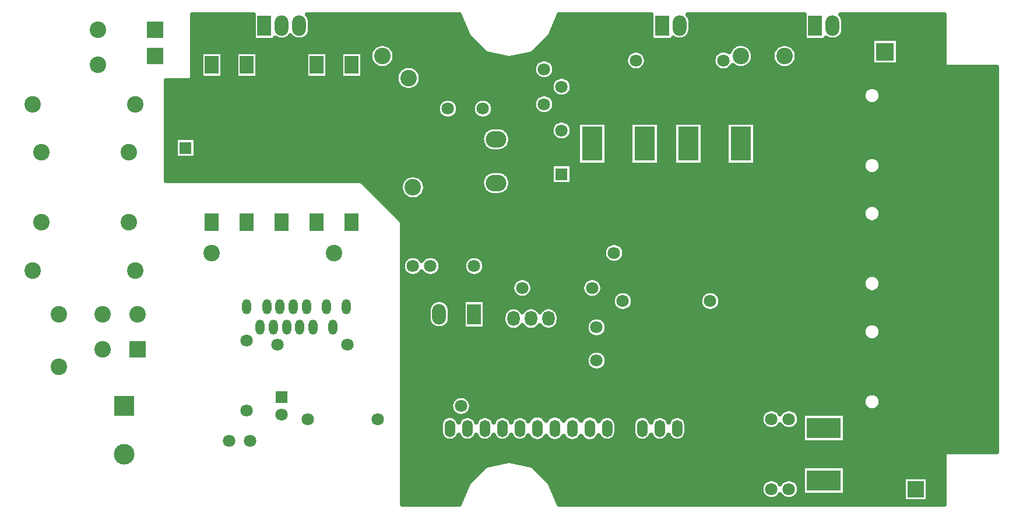
<source format=gbr>
G04 DipTrace 3.2.0.1*
G04 Top.gbr*
%MOIN*%
G04 #@! TF.FileFunction,Copper,L1,Top*
G04 #@! TF.Part,Single*
G04 #@! TA.AperFunction,ComponentPad*
%ADD18C,0.070866*%
G04 #@! TA.AperFunction,CopperBalancing*
%ADD24C,0.025*%
G04 #@! TA.AperFunction,ComponentPad*
%ADD28R,0.094488X0.094488*%
%ADD29C,0.094488*%
%ADD32R,0.11811X0.11811*%
%ADD33C,0.11811*%
%ADD34R,0.070866X0.070866*%
%ADD35C,0.094488*%
%ADD38O,0.07874X0.11811*%
%ADD39R,0.07874X0.11811*%
%ADD45R,0.102362X0.102362*%
%ADD46C,0.102362*%
%ADD47O,0.11811X0.094488*%
%ADD49C,0.070866*%
%ADD50R,0.11811X0.19685*%
%ADD52O,0.070866X0.086614*%
%ADD56R,0.07874X0.102362*%
%ADD57R,0.19685X0.11811*%
%ADD58O,0.051181X0.086614*%
%ADD63O,0.059055X0.098425*%
G04 #@! TA.AperFunction,ViaPad*
%ADD67C,0.059055*%
%FSLAX26Y26*%
G04*
G70*
G90*
G75*
G01*
G04 Top*
%LPD*%
D67*
X2968701Y2893701D3*
X2906201D3*
Y2843701D3*
X2968701D3*
X4418701Y3168701D3*
X4043701Y1093701D3*
X5293701Y3168701D3*
X5443701D3*
X3618701Y2793701D3*
X2906201D3*
X2918701Y1631201D3*
X3943701Y1718701D3*
X4393701Y2018701D3*
X2968701Y2793701D3*
X1868701Y2843701D3*
X1968701D3*
X1408715Y3206332D2*
D24*
X1753478D1*
X2081292D2*
X2942680D1*
X3494734D2*
X4028499D1*
X4256304D2*
X4903499D1*
X5131304D2*
X5703717D1*
X1408715Y3181463D2*
X1753478D1*
X2083911D2*
X2952620D1*
X3484758D2*
X4028499D1*
X4258924D2*
X4903499D1*
X5133924D2*
X5703717D1*
X1408715Y3156594D2*
X1753478D1*
X2083911D2*
X2962595D1*
X3474818D2*
X4028499D1*
X4258924D2*
X4903499D1*
X5133924D2*
X5703717D1*
X1408715Y3131726D2*
X1753478D1*
X2081471D2*
X2972535D1*
X3464879D2*
X4028499D1*
X4256484D2*
X4903499D1*
X5131484D2*
X5703717D1*
X1408715Y3106857D2*
X1753478D1*
X2067620D2*
X2985382D1*
X3452032D2*
X4028499D1*
X4242632D2*
X4903499D1*
X5117632D2*
X5703717D1*
X1408715Y3081988D2*
X3010250D1*
X3427164D2*
X5291694D1*
X5445721D2*
X5703717D1*
X1408715Y3057119D2*
X2460217D1*
X2527189D2*
X3035117D1*
X3402296D2*
X4510209D1*
X4577181D2*
X4760214D1*
X4827186D2*
X5291694D1*
X5445721D2*
X5703717D1*
X1408715Y3032251D2*
X2432084D1*
X2555322D2*
X3059985D1*
X3377429D2*
X4482075D1*
X4605314D2*
X4732081D1*
X4855319D2*
X5291694D1*
X5445721D2*
X5703717D1*
X1408715Y3007382D2*
X1453486D1*
X1583901D2*
X1653504D1*
X1783920D2*
X2053505D1*
X2183921D2*
X2253488D1*
X2383903D2*
X2421964D1*
X2565441D2*
X3084853D1*
X3352561D2*
X3896948D1*
X3990438D2*
X4396958D1*
X4615433D2*
X4721961D1*
X4865438D2*
X5291694D1*
X5445721D2*
X5703717D1*
X1408715Y2982513D2*
X1453486D1*
X1583901D2*
X1653504D1*
X1783920D2*
X2053505D1*
X2183921D2*
X2253488D1*
X2383903D2*
X2421498D1*
X2565908D2*
X3208402D1*
X3229012D2*
X3884065D1*
X4003321D2*
X4384076D1*
X4615900D2*
X4721495D1*
X4865905D2*
X5291694D1*
X5445721D2*
X5703717D1*
X1408715Y2957644D2*
X1453486D1*
X1583901D2*
X1653504D1*
X1783920D2*
X2053505D1*
X2183921D2*
X2253488D1*
X2383903D2*
X2430505D1*
X2556901D2*
X3372178D1*
X3465237D2*
X3883491D1*
X4003931D2*
X4383466D1*
X4606893D2*
X4730502D1*
X4856898D2*
X5291694D1*
X5445721D2*
X5703717D1*
X1408715Y2932776D2*
X1453486D1*
X1583901D2*
X1653504D1*
X1783920D2*
X2053505D1*
X2183921D2*
X2253488D1*
X2383903D2*
X2455552D1*
X2531854D2*
X2611576D1*
X2675821D2*
X3359152D1*
X3478263D2*
X3894687D1*
X3992735D2*
X4394697D1*
X4492709D2*
X4505564D1*
X4581846D2*
X4755549D1*
X4831851D2*
X5710140D1*
X1408715Y2907907D2*
X1453486D1*
X1583901D2*
X1653504D1*
X1783920D2*
X2053505D1*
X2183921D2*
X2253488D1*
X2383903D2*
X2582510D1*
X2704887D2*
X3358434D1*
X3478981D2*
X6003708D1*
X1408715Y2883038D2*
X1453486D1*
X1583901D2*
X1653504D1*
X1783920D2*
X2053505D1*
X2183921D2*
X2253488D1*
X2383903D2*
X2572068D1*
X2715330D2*
X3369486D1*
X3467929D2*
X6003708D1*
X1402937Y2858169D2*
X2571386D1*
X2715976D2*
X3472653D1*
X3564744D2*
X6003708D1*
X1258719Y2833301D2*
X2580142D1*
X2707256D2*
X3459268D1*
X3578129D2*
X6003708D1*
X1258719Y2808432D2*
X2604471D1*
X2682926D2*
X3458335D1*
X3579062D2*
X5259399D1*
X5328021D2*
X6003708D1*
X1258719Y2783563D2*
X3469101D1*
X3568333D2*
X5242533D1*
X5344887D2*
X6003708D1*
X1258719Y2758694D2*
X3373146D1*
X3464268D2*
X5241277D1*
X5346107D2*
X6003708D1*
X1258719Y2733825D2*
X2823257D1*
X2914164D2*
X3023240D1*
X3114146D2*
X3359403D1*
X3478012D2*
X5254124D1*
X5333260D2*
X6003708D1*
X1258719Y2708957D2*
X2809442D1*
X2927979D2*
X3009424D1*
X3127962D2*
X3358254D1*
X3479160D2*
X6003708D1*
X1258719Y2684088D2*
X2808222D1*
X2929199D2*
X3008204D1*
X3129182D2*
X3368697D1*
X3468718D2*
X6003708D1*
X1258719Y2659219D2*
X2818592D1*
X2918793D2*
X3018611D1*
X3118811D2*
X6003708D1*
X1258719Y2634350D2*
X6003708D1*
X1258719Y2609482D2*
X3473873D1*
X3563524D2*
X3608798D1*
X3778614D2*
X3908790D1*
X4078606D2*
X4158795D1*
X4328611D2*
X4458787D1*
X4628603D2*
X6003708D1*
X1258719Y2584613D2*
X3104123D1*
X3183259D2*
X3459627D1*
X3577770D2*
X3608798D1*
X3778614D2*
X3908790D1*
X4078606D2*
X4158795D1*
X4328611D2*
X4458787D1*
X4628603D2*
X6003708D1*
X1258719Y2559744D2*
X3071970D1*
X3215448D2*
X3458120D1*
X3579277D2*
X3608798D1*
X3778614D2*
X3908790D1*
X4078606D2*
X4158795D1*
X4328611D2*
X4458787D1*
X4628603D2*
X6003708D1*
X1258719Y2534875D2*
X3060667D1*
X3226715D2*
X3468132D1*
X3569266D2*
X3608798D1*
X3778614D2*
X3908790D1*
X4078606D2*
X4158795D1*
X4328611D2*
X4458787D1*
X4628603D2*
X6003708D1*
X1258719Y2510007D2*
X1307437D1*
X1429994D2*
X3059339D1*
X3228079D2*
X3513095D1*
X3524286D2*
X3608798D1*
X3778614D2*
X3908790D1*
X4078606D2*
X4158795D1*
X4328611D2*
X4458787D1*
X4628603D2*
X6003708D1*
X1258719Y2485138D2*
X1307437D1*
X1429994D2*
X3067306D1*
X3220112D2*
X3608798D1*
X3778614D2*
X3908790D1*
X4078606D2*
X4158795D1*
X4328611D2*
X4458787D1*
X4628603D2*
X6003708D1*
X1258719Y2460269D2*
X1307437D1*
X1429994D2*
X3089805D1*
X3197613D2*
X3608798D1*
X3778614D2*
X3908790D1*
X4078606D2*
X4158795D1*
X4328611D2*
X4458787D1*
X4628603D2*
X6003708D1*
X1258719Y2435400D2*
X1307437D1*
X1429994D2*
X3608798D1*
X3778614D2*
X3908790D1*
X4078606D2*
X4158795D1*
X4328611D2*
X4458787D1*
X4628603D2*
X6003708D1*
X1258719Y2410531D2*
X1307437D1*
X1429994D2*
X3608798D1*
X3778614D2*
X3908790D1*
X4078606D2*
X4158795D1*
X4328611D2*
X4458787D1*
X4628603D2*
X5262198D1*
X5325186D2*
X6003708D1*
X1258719Y2385663D2*
X3608798D1*
X3778614D2*
X3908790D1*
X4078606D2*
X4158795D1*
X4328611D2*
X4458787D1*
X4628603D2*
X5243215D1*
X5344205D2*
X6003708D1*
X1258719Y2360794D2*
X3457438D1*
X3579959D2*
X5240918D1*
X5346502D2*
X6003708D1*
X1258719Y2335925D2*
X3107855D1*
X3179527D2*
X3457438D1*
X3579959D2*
X5252258D1*
X5335162D2*
X6003708D1*
X1258719Y2311056D2*
X2645128D1*
X2692292D2*
X3072939D1*
X3214479D2*
X3457438D1*
X3579959D2*
X6003708D1*
X1258719Y2286188D2*
X2609854D1*
X2727566D2*
X3060990D1*
X3226392D2*
X3457438D1*
X3579959D2*
X6003708D1*
X2396247Y2261319D2*
X2597869D1*
X2739551D2*
X3059196D1*
X3228222D2*
X3457438D1*
X3579959D2*
X6003708D1*
X2421115Y2236450D2*
X2596003D1*
X2741417D2*
X3066588D1*
X3220794D2*
X6003708D1*
X2445983Y2211581D2*
X2603359D1*
X2734061D2*
X3087903D1*
X3199479D2*
X6003708D1*
X2470851Y2186713D2*
X2624531D1*
X2712854D2*
X6003708D1*
X2495718Y2161844D2*
X6003708D1*
X2520622Y2136975D2*
X5264387D1*
X5322998D2*
X6003708D1*
X2545490Y2112106D2*
X5243753D1*
X5343667D2*
X6003708D1*
X2570358Y2087238D2*
X5240703D1*
X5346681D2*
X6003708D1*
X2595225Y2062369D2*
X5251074D1*
X5336311D2*
X6003708D1*
X2608718Y2037500D2*
X6003708D1*
X2608718Y2012631D2*
X6003708D1*
X2608718Y1987762D2*
X6003708D1*
X2608718Y1962894D2*
X6003708D1*
X2608718Y1938025D2*
X6003708D1*
X2608718Y1913156D2*
X3777741D1*
X3859640D2*
X6003708D1*
X2608718Y1888287D2*
X3760767D1*
X3876614D2*
X6003708D1*
X2608718Y1863419D2*
X3757681D1*
X3879736D2*
X6003708D1*
X2608718Y1838550D2*
X2628227D1*
X2709193D2*
X2728200D1*
X2809203D2*
X2978205D1*
X3059208D2*
X3765755D1*
X3871662D2*
X6003708D1*
X2826463Y1813681D2*
X2960945D1*
X3076468D2*
X3795539D1*
X3841878D2*
X6003708D1*
X2829764Y1788812D2*
X2957643D1*
X3079769D2*
X6003708D1*
X2821870Y1763944D2*
X2965502D1*
X3071875D2*
X6003708D1*
X2608718Y1739075D2*
X2644518D1*
X2692902D2*
X2744491D1*
X2792911D2*
X2994496D1*
X3042916D2*
X5268119D1*
X5319266D2*
X6003708D1*
X2608718Y1714206D2*
X3254011D1*
X3333399D2*
X3654012D1*
X3733400D2*
X5244614D1*
X5342806D2*
X6003708D1*
X2608718Y1689337D2*
X3236176D1*
X3351233D2*
X3636178D1*
X3751234D2*
X5240488D1*
X5346932D2*
X6003708D1*
X2608718Y1664469D2*
X3232588D1*
X3354822D2*
X3632589D1*
X3754823D2*
X5249531D1*
X5337854D2*
X6003708D1*
X2608718Y1639600D2*
X3240124D1*
X3347250D2*
X3640125D1*
X3747251D2*
X3829486D1*
X3907905D2*
X4329496D1*
X4407915D2*
X6003708D1*
X2608718Y1614731D2*
X3267934D1*
X3319476D2*
X3667935D1*
X3719477D2*
X3811328D1*
X3926098D2*
X4311303D1*
X4426072D2*
X6003708D1*
X2608718Y1589862D2*
X2780376D1*
X2857036D2*
X2953481D1*
X3083896D2*
X3807560D1*
X3929866D2*
X4307535D1*
X4429840D2*
X6003708D1*
X2608718Y1564993D2*
X2759419D1*
X2877993D2*
X2953481D1*
X3083896D2*
X3814917D1*
X3922474D2*
X4314927D1*
X4422484D2*
X6003708D1*
X2608718Y1540125D2*
X2753498D1*
X2883878D2*
X2953481D1*
X3083896D2*
X3196847D1*
X3490572D2*
X3842045D1*
X3895381D2*
X4342019D1*
X4395355D2*
X6003708D1*
X2608718Y1515256D2*
X2753498D1*
X2883914D2*
X2953481D1*
X3083896D2*
X3184037D1*
X3503346D2*
X6003708D1*
X2608718Y1490387D2*
X2754072D1*
X2883303D2*
X2953481D1*
X3083896D2*
X3182422D1*
X3504961D2*
X3680494D1*
X3756904D2*
X6003708D1*
X2608718Y1465518D2*
X2763187D1*
X2874225D2*
X2953481D1*
X3083896D2*
X3186046D1*
X3501373D2*
X3661619D1*
X3775779D2*
X5271240D1*
X5316180D2*
X6003708D1*
X2608718Y1440650D2*
X2793258D1*
X2844154D2*
X2953481D1*
X3083896D2*
X3203594D1*
X3283807D2*
X3303603D1*
X3383816D2*
X3403612D1*
X3483789D2*
X3657493D1*
X3779906D2*
X5245260D1*
X5342124D2*
X6003708D1*
X2608718Y1415781D2*
X3664490D1*
X3772908D2*
X5240380D1*
X5347004D2*
X6003708D1*
X2608718Y1390912D2*
X3690363D1*
X3747036D2*
X5248562D1*
X5338858D2*
X6003708D1*
X2608718Y1366043D2*
X6003708D1*
X2608718Y1341175D2*
X6003708D1*
X2608718Y1316306D2*
X6003708D1*
X2608718Y1291437D2*
X3671129D1*
X3766270D2*
X6003708D1*
X2608718Y1266568D2*
X3658856D1*
X3778542D2*
X6003708D1*
X2608718Y1241699D2*
X3658677D1*
X3778722D2*
X6003708D1*
X2608718Y1216831D2*
X3670411D1*
X3766987D2*
X6003708D1*
X2608718Y1191962D2*
X6003708D1*
X2608718Y1167093D2*
X6003708D1*
X2608718Y1142224D2*
X6003708D1*
X2608718Y1117356D2*
X6003708D1*
X2608718Y1092487D2*
X6003708D1*
X2608718Y1067618D2*
X5277125D1*
X5310259D2*
X6003708D1*
X2608718Y1042749D2*
X2908805D1*
X2978576D2*
X5246337D1*
X5341047D2*
X6003708D1*
X2608718Y1017881D2*
X2887633D1*
X2999784D2*
X5240308D1*
X5347112D2*
X6003708D1*
X2608718Y993012D2*
X2882430D1*
X3004987D2*
X5247270D1*
X5340150D2*
X6003708D1*
X2608718Y968143D2*
X2888279D1*
X2999138D2*
X4684426D1*
X4752977D2*
X4784436D1*
X4852986D2*
X5285307D1*
X5302113D2*
X6003708D1*
X2608718Y943274D2*
X2910994D1*
X2976387D2*
X4662824D1*
X4874589D2*
X4894421D1*
X5142967D2*
X6003708D1*
X2608718Y918406D2*
X2835458D1*
X2923601D2*
X2935467D1*
X3023575D2*
X3035482D1*
X3123584D2*
X3135436D1*
X3223593D2*
X3235459D1*
X3323602D2*
X3331521D1*
X3727515D2*
X3735469D1*
X3823577D2*
X3935452D1*
X4023595D2*
X4035461D1*
X4123569D2*
X4135470D1*
X4223578D2*
X4657441D1*
X4879971D2*
X4894421D1*
X5142967D2*
X6003708D1*
X2608718Y893537D2*
X2824728D1*
X3834306D2*
X3924722D1*
X4234307D2*
X4663075D1*
X4874302D2*
X4894421D1*
X5142967D2*
X6003708D1*
X2608718Y868668D2*
X2824154D1*
X3834880D2*
X3924148D1*
X4234881D2*
X4685359D1*
X4752044D2*
X4785369D1*
X4852053D2*
X4894421D1*
X5142967D2*
X6003708D1*
X2608718Y843799D2*
X2824226D1*
X3834844D2*
X3924220D1*
X4234845D2*
X4894421D1*
X5142967D2*
X6003708D1*
X2608718Y818930D2*
X2831833D1*
X3827237D2*
X3931827D1*
X4227238D2*
X4894421D1*
X5142967D2*
X6003708D1*
X2608718Y794062D2*
X2869261D1*
X2889799D2*
X2969270D1*
X2989772D2*
X3069243D1*
X3089781D2*
X3169252D1*
X3189790D2*
X3269262D1*
X3289800D2*
X3356927D1*
X3402117D2*
X3456936D1*
X3502090D2*
X3556945D1*
X3602100D2*
X3656954D1*
X3702109D2*
X3769272D1*
X3789774D2*
X3969255D1*
X3989792D2*
X4069264D1*
X4089802D2*
X4169273D1*
X4189775D2*
X4894421D1*
X5142967D2*
X6003708D1*
X2608718Y769193D2*
X6003708D1*
X2608718Y744324D2*
X6003708D1*
X2608718Y719455D2*
X5703717D1*
X2608718Y694587D2*
X5703717D1*
X2608718Y669718D2*
X3157554D1*
X3279860D2*
X5703717D1*
X2608718Y644849D2*
X3074662D1*
X3362716D2*
X4894421D1*
X5142967D2*
X5703717D1*
X2608718Y619980D2*
X3049794D1*
X3387584D2*
X4894421D1*
X5142967D2*
X5703717D1*
X2608718Y595112D2*
X3024926D1*
X3412452D2*
X4894421D1*
X5142967D2*
X5703717D1*
X2608718Y570243D2*
X3000059D1*
X3437319D2*
X4687943D1*
X4749461D2*
X4787952D1*
X4849434D2*
X4894421D1*
X5142967D2*
X5470613D1*
X5616781D2*
X5703717D1*
X2608718Y545374D2*
X2978420D1*
X3458993D2*
X4663829D1*
X4873584D2*
X4894421D1*
X5142967D2*
X5470613D1*
X5616781D2*
X5703717D1*
X2608718Y520505D2*
X2968445D1*
X3468933D2*
X4657441D1*
X4879936D2*
X4894421D1*
X5142967D2*
X5470613D1*
X5616781D2*
X5703717D1*
X2608718Y495636D2*
X2958505D1*
X3478873D2*
X4662142D1*
X4875271D2*
X4894421D1*
X5142967D2*
X5470613D1*
X5616781D2*
X5703717D1*
X2608718Y470768D2*
X2948565D1*
X3488849D2*
X4682202D1*
X4755202D2*
X4782175D1*
X4855211D2*
X5470613D1*
X5616781D2*
X5703717D1*
X2608718Y445899D2*
X2938625D1*
X3498789D2*
X5703717D1*
X2927295Y2689089D2*
X2925852Y2679980D1*
X2923002Y2671208D1*
X2918815Y2662991D1*
X2913394Y2655529D1*
X2906872Y2649007D1*
X2899411Y2643586D1*
X2891193Y2639399D1*
X2882422Y2636549D1*
X2873312Y2635106D1*
X2864089D1*
X2854980Y2636549D1*
X2846208Y2639399D1*
X2837991Y2643586D1*
X2830529Y2649007D1*
X2824007Y2655529D1*
X2818586Y2662991D1*
X2814399Y2671208D1*
X2811549Y2679980D1*
X2810106Y2689089D1*
Y2698312D1*
X2811549Y2707422D1*
X2814399Y2716193D1*
X2818586Y2724411D1*
X2824007Y2731872D1*
X2830529Y2738394D1*
X2837991Y2743815D1*
X2846208Y2748002D1*
X2854980Y2750852D1*
X2864089Y2752295D1*
X2873312D1*
X2882422Y2750852D1*
X2891193Y2748002D1*
X2899411Y2743815D1*
X2906872Y2738394D1*
X2913394Y2731872D1*
X2918815Y2724411D1*
X2923002Y2716193D1*
X2925852Y2707422D1*
X2927295Y2698312D1*
Y2689089D1*
X3127295D2*
X3125852Y2679980D1*
X3123002Y2671208D1*
X3118815Y2662991D1*
X3113394Y2655529D1*
X3106872Y2649007D1*
X3099411Y2643586D1*
X3091193Y2639399D1*
X3082422Y2636549D1*
X3073312Y2635106D1*
X3064089D1*
X3054980Y2636549D1*
X3046208Y2639399D1*
X3037991Y2643586D1*
X3030529Y2649007D1*
X3024007Y2655529D1*
X3018586Y2662991D1*
X3014399Y2671208D1*
X3011549Y2679980D1*
X3010106Y2689089D1*
Y2698312D1*
X3011549Y2707422D1*
X3014399Y2716193D1*
X3018586Y2724411D1*
X3024007Y2731872D1*
X3030529Y2738394D1*
X3037991Y2743815D1*
X3046208Y2748002D1*
X3054980Y2750852D1*
X3064089Y2752295D1*
X3073312D1*
X3082422Y2750852D1*
X3091193Y2748002D1*
X3099411Y2743815D1*
X3106872Y2738394D1*
X3113394Y2731872D1*
X3118815Y2724411D1*
X3123002Y2716193D1*
X3125852Y2707422D1*
X3127295Y2698312D1*
Y2689089D1*
X2714064Y2863170D2*
X2712332Y2852230D1*
X2708909Y2841695D1*
X2703880Y2831826D1*
X2697370Y2822865D1*
X2689538Y2815033D1*
X2680577Y2808523D1*
X2670708Y2803494D1*
X2660173Y2800071D1*
X2649234Y2798339D1*
X2638157D1*
X2627217Y2800071D1*
X2616683Y2803494D1*
X2606814Y2808523D1*
X2597853Y2815033D1*
X2590021Y2822865D1*
X2583510Y2831826D1*
X2578482Y2841695D1*
X2575059Y2852230D1*
X2573326Y2863170D1*
Y2874246D1*
X2575059Y2885186D1*
X2578482Y2895720D1*
X2583510Y2905589D1*
X2590021Y2914550D1*
X2597853Y2922382D1*
X2606814Y2928893D1*
X2616683Y2933921D1*
X2627217Y2937344D1*
X2638157Y2939077D1*
X2649234D1*
X2660173Y2937344D1*
X2670708Y2933921D1*
X2680577Y2928893D1*
X2689538Y2922382D1*
X2697370Y2914550D1*
X2703880Y2905589D1*
X2708909Y2895720D1*
X2712332Y2885186D1*
X2714064Y2874246D1*
Y2863170D1*
X2739075Y2238156D2*
X2737343Y2227216D1*
X2733920Y2216681D1*
X2728891Y2206812D1*
X2722381Y2197851D1*
X2714549Y2190019D1*
X2705588Y2183509D1*
X2695719Y2178480D1*
X2685184Y2175057D1*
X2674244Y2173325D1*
X2663168D1*
X2652228Y2175057D1*
X2641694Y2178480D1*
X2631825Y2183509D1*
X2622864Y2190019D1*
X2615032Y2197851D1*
X2608521Y2206812D1*
X2603493Y2216681D1*
X2600070Y2227216D1*
X2598337Y2238156D1*
Y2249232D1*
X2600070Y2260172D1*
X2603493Y2270706D1*
X2608521Y2280575D1*
X2615032Y2289536D1*
X2622864Y2297368D1*
X2631825Y2303879D1*
X2641694Y2308907D1*
X2652228Y2312330D1*
X2663168Y2314063D1*
X2674244D1*
X2685184Y2312330D1*
X2695719Y2308907D1*
X2705588Y2303879D1*
X2714549Y2297368D1*
X2722381Y2289536D1*
X2728891Y2280575D1*
X2733920Y2270706D1*
X2737343Y2260172D1*
X2739075Y2249232D1*
Y2238156D1*
X3877295Y1864094D2*
X3875853Y1854984D1*
X3873003Y1846213D1*
X3868816Y1837995D1*
X3863394Y1830534D1*
X3856873Y1824012D1*
X3849411Y1818591D1*
X3841194Y1814404D1*
X3832422Y1811554D1*
X3823313Y1810111D1*
X3814090D1*
X3804980Y1811554D1*
X3796209Y1814404D1*
X3787991Y1818591D1*
X3780529Y1824012D1*
X3774008Y1830534D1*
X3768587Y1837995D1*
X3764400Y1846213D1*
X3761549Y1854984D1*
X3760107Y1864094D1*
Y1873317D1*
X3761549Y1882426D1*
X3764400Y1891198D1*
X3768587Y1899415D1*
X3774008Y1906877D1*
X3780529Y1913399D1*
X3787991Y1918820D1*
X3796209Y1923007D1*
X3804980Y1925857D1*
X3814090Y1927300D1*
X3823313D1*
X3832422Y1925857D1*
X3841194Y1923007D1*
X3849411Y1918820D1*
X3856873Y1913399D1*
X3863394Y1906877D1*
X3868816Y1899415D1*
X3873003Y1891198D1*
X3875853Y1882426D1*
X3877295Y1873317D1*
Y1864094D1*
X3077300Y1789089D2*
X3075857Y1779980D1*
X3073007Y1771208D1*
X3068820Y1762990D1*
X3063399Y1755529D1*
X3056877Y1749007D1*
X3049415Y1743586D1*
X3041198Y1739399D1*
X3032426Y1736549D1*
X3023317Y1735106D1*
X3014094D1*
X3004984Y1736549D1*
X2996213Y1739399D1*
X2987995Y1743586D1*
X2980534Y1749007D1*
X2974012Y1755529D1*
X2968591Y1762990D1*
X2964404Y1771208D1*
X2961554Y1779980D1*
X2960111Y1789089D1*
Y1798312D1*
X2961554Y1807421D1*
X2964404Y1816193D1*
X2968591Y1824411D1*
X2974012Y1831872D1*
X2980534Y1838394D1*
X2987995Y1843815D1*
X2996213Y1848002D1*
X3004984Y1850852D1*
X3014094Y1852295D1*
X3023317D1*
X3032426Y1850852D1*
X3041198Y1848002D1*
X3049415Y1843815D1*
X3056877Y1838394D1*
X3063399Y1831872D1*
X3068820Y1824411D1*
X3073007Y1816193D1*
X3075857Y1807421D1*
X3077300Y1798312D1*
Y1789089D1*
X3469112Y2377476D2*
X3577476D1*
Y2259925D1*
X3459925D1*
Y2377476D1*
X3469112D1*
X3577295Y2564089D2*
X3575852Y2554980D1*
X3573002Y2546208D1*
X3568815Y2537991D1*
X3563394Y2530529D1*
X3556872Y2524007D1*
X3549411Y2518586D1*
X3541193Y2514399D1*
X3532422Y2511549D1*
X3523312Y2510106D1*
X3514089D1*
X3504980Y2511549D1*
X3496208Y2514399D1*
X3487991Y2518586D1*
X3480529Y2524007D1*
X3474007Y2530529D1*
X3468586Y2537991D1*
X3464399Y2546208D1*
X3461549Y2554980D1*
X3460106Y2564089D1*
Y2573312D1*
X3461549Y2582422D1*
X3464399Y2591193D1*
X3468586Y2599411D1*
X3474007Y2606872D1*
X3480529Y2613394D1*
X3487991Y2618815D1*
X3496208Y2623002D1*
X3504980Y2625852D1*
X3514089Y2627295D1*
X3523312D1*
X3532422Y2625852D1*
X3541193Y2623002D1*
X3549411Y2618815D1*
X3556872Y2613394D1*
X3563394Y2606872D1*
X3568815Y2599411D1*
X3573002Y2591193D1*
X3575852Y2582422D1*
X3577295Y2573312D1*
Y2564089D1*
X1968686Y3111203D2*
X1963045Y3104671D1*
X1955562Y3098280D1*
X1947172Y3093138D1*
X1938080Y3089373D1*
X1928511Y3087075D1*
X1918701Y3086303D1*
X1908890Y3087075D1*
X1899322Y3089373D1*
X1890230Y3093138D1*
X1881839Y3098280D1*
X1881401Y3098626D1*
X1881413Y3086303D1*
X1755988D1*
Y3231168D1*
X1406171Y3231201D1*
X1406162Y2867720D1*
X1405589Y2864838D1*
X1404359Y2862170D1*
X1402540Y2859862D1*
X1400232Y2858043D1*
X1397564Y2856813D1*
X1394682Y2856239D1*
X1256228Y2856201D1*
X1256201Y2281169D1*
X2369682Y2281162D1*
X2372564Y2280589D1*
X2375232Y2279359D1*
X2377542Y2277537D1*
X2603814Y2051048D1*
X2605249Y2048484D1*
X2606047Y2045656D1*
X2606201Y2034514D1*
Y431175D1*
X2935211Y431201D1*
X2982495Y549240D1*
X2984097Y551702D1*
X3085583Y653206D1*
X3088026Y654839D1*
X3090786Y655856D1*
X3218197Y681191D1*
X3221130Y680962D1*
X3348040Y655424D1*
X3350656Y654087D1*
X3359035Y646044D1*
X3453814Y551048D1*
X3455251Y548481D1*
X3502151Y431232D1*
X5706212Y431201D1*
X5706355Y720656D1*
X5707152Y723484D1*
X5708588Y726048D1*
X5710583Y728206D1*
X5713026Y729838D1*
X5715783Y730856D1*
X5718705Y731201D1*
X6006169D1*
X6006201Y2931212D1*
X5716745Y2931355D1*
X5713917Y2932152D1*
X5711353Y2933588D1*
X5709196Y2935583D1*
X5707563Y2938026D1*
X5706546Y2940783D1*
X5706201Y2943705D1*
Y3231169D1*
X5114519Y3231201D1*
X5119436Y3225247D1*
X5124578Y3216857D1*
X5128344Y3207765D1*
X5130641Y3198196D1*
X5131413Y3188386D1*
X5131220Y3144095D1*
X5129681Y3134376D1*
X5126640Y3125017D1*
X5122172Y3116249D1*
X5116388Y3108287D1*
X5109429Y3101329D1*
X5101468Y3095544D1*
X5092700Y3091077D1*
X5083341Y3088036D1*
X5073621Y3086496D1*
X5063780D1*
X5054061Y3088036D1*
X5044702Y3091077D1*
X5035934Y3095544D1*
X5031401Y3098626D1*
X5031413Y3086303D1*
X4905988D1*
Y3231168D1*
X4239519Y3231201D1*
X4244436Y3225247D1*
X4249578Y3216857D1*
X4253344Y3207765D1*
X4255641Y3198196D1*
X4256414Y3188386D1*
X4256220Y3144095D1*
X4254681Y3134376D1*
X4251640Y3125017D1*
X4247172Y3116249D1*
X4241388Y3108287D1*
X4234429Y3101329D1*
X4226468Y3095544D1*
X4217700Y3091077D1*
X4208341Y3088036D1*
X4198621Y3086496D1*
X4188780D1*
X4179061Y3088036D1*
X4169702Y3091077D1*
X4160934Y3095544D1*
X4156401Y3098626D1*
X4156413Y3086303D1*
X4030988D1*
Y3231168D1*
X3502170Y3231201D1*
X3454438Y3112300D1*
X3452644Y3109968D1*
X3351048Y3008588D1*
X3348484Y3007152D1*
X3337144Y3004642D1*
X3219205Y2981211D1*
X3216271Y2981439D1*
X3089362Y3006978D1*
X3086745Y3008315D1*
X3078366Y3016358D1*
X2983588Y3111353D1*
X2982151Y3113921D1*
X2935250Y3231170D1*
X2064502Y3231201D1*
X2069436Y3225247D1*
X2074578Y3216857D1*
X2078344Y3207765D1*
X2080641Y3198196D1*
X2081413Y3188386D1*
X2081220Y3144095D1*
X2079681Y3134376D1*
X2076640Y3125017D1*
X2072172Y3116249D1*
X2066388Y3108287D1*
X2059429Y3101329D1*
X2051468Y3095544D1*
X2042700Y3091077D1*
X2033341Y3088036D1*
X2023621Y3086496D1*
X2013780D1*
X2004061Y3088036D1*
X1994702Y3091077D1*
X1985934Y3095544D1*
X1977972Y3101329D1*
X1971014Y3108287D1*
X1968715Y3111203D1*
X1319112Y2527476D2*
X1427476D1*
Y2409925D1*
X1309925D1*
Y2527476D1*
X1319112D1*
X3002295Y989089D2*
X3000852Y979980D1*
X2998002Y971208D1*
X2993815Y962991D1*
X2988394Y955529D1*
X2981872Y949007D1*
X2974411Y943586D1*
X2966193Y939399D1*
X2957422Y936549D1*
X2948312Y935106D1*
X2939089D1*
X2929980Y936549D1*
X2921208Y939399D1*
X2912991Y943586D1*
X2905529Y949007D1*
X2899007Y955529D1*
X2893586Y962991D1*
X2889399Y971208D1*
X2886549Y979980D1*
X2885106Y989089D1*
Y998312D1*
X2886549Y1007422D1*
X2889399Y1016193D1*
X2893586Y1024411D1*
X2899007Y1031872D1*
X2905529Y1038394D1*
X2912991Y1043815D1*
X2921208Y1048002D1*
X2929980Y1050852D1*
X2939089Y1052295D1*
X2948312D1*
X2957422Y1050852D1*
X2966193Y1048002D1*
X2974411Y1043815D1*
X2981872Y1038394D1*
X2988394Y1031872D1*
X2993815Y1024411D1*
X2998002Y1016193D1*
X3000852Y1007422D1*
X3002295Y998312D1*
Y989089D1*
X5303364Y3093076D2*
X5443225D1*
Y2944029D1*
X5294177D1*
Y3093076D1*
X5303364D1*
X5482301Y589287D2*
X5614288D1*
Y448114D1*
X5473114D1*
Y589287D1*
X5482301D1*
X3131911Y2448115D2*
X3120848Y2448983D1*
X3110077Y2451569D1*
X3099844Y2455808D1*
X3090400Y2461595D1*
X3081977Y2468789D1*
X3074784Y2477211D1*
X3068997Y2486655D1*
X3064758Y2496888D1*
X3062172Y2507659D1*
X3061303Y2518701D1*
X3062172Y2529743D1*
X3064758Y2540513D1*
X3068997Y2550746D1*
X3074784Y2560191D1*
X3081977Y2568613D1*
X3090400Y2575807D1*
X3099844Y2581594D1*
X3110077Y2585833D1*
X3120848Y2588418D1*
X3131911Y2589287D1*
X3161050Y2589070D1*
X3171990Y2587337D1*
X3182524Y2583914D1*
X3192393Y2578886D1*
X3201354Y2572375D1*
X3209186Y2564543D1*
X3215697Y2555582D1*
X3220725Y2545713D1*
X3224148Y2535179D1*
X3225881Y2524239D1*
Y2513163D1*
X3224148Y2502223D1*
X3220725Y2491688D1*
X3215697Y2481819D1*
X3209186Y2472858D1*
X3201354Y2465026D1*
X3192393Y2458516D1*
X3182524Y2453487D1*
X3171990Y2450064D1*
X3161050Y2448332D1*
X3137139Y2448114D1*
X3131890Y2448150D1*
X3131911Y2198115D2*
X3120848Y2198983D1*
X3110077Y2201569D1*
X3099844Y2205808D1*
X3090400Y2211595D1*
X3081977Y2218789D1*
X3074784Y2227211D1*
X3068997Y2236655D1*
X3064758Y2246888D1*
X3062172Y2257659D1*
X3061303Y2268701D1*
X3062172Y2279743D1*
X3064758Y2290513D1*
X3068997Y2300746D1*
X3074784Y2310191D1*
X3081977Y2318613D1*
X3090400Y2325807D1*
X3099844Y2331594D1*
X3110077Y2335833D1*
X3120848Y2338418D1*
X3131911Y2339287D1*
X3161050Y2339070D1*
X3171990Y2337337D1*
X3182524Y2333914D1*
X3192393Y2328886D1*
X3201354Y2322375D1*
X3209186Y2314543D1*
X3215697Y2305582D1*
X3220725Y2295713D1*
X3224148Y2285179D1*
X3225881Y2274239D1*
Y2263163D1*
X3224148Y2252223D1*
X3220725Y2241688D1*
X3215697Y2231819D1*
X3209186Y2222858D1*
X3201354Y2215026D1*
X3192393Y2208516D1*
X3182524Y2203487D1*
X3171990Y2200064D1*
X3161050Y2198332D1*
X3137139Y2198114D1*
X3131890Y2198150D1*
X2718705Y1762826D2*
X2713394Y1755529D1*
X2706872Y1749007D1*
X2699411Y1743586D1*
X2691193Y1739399D1*
X2682422Y1736549D1*
X2673312Y1735106D1*
X2664089D1*
X2654980Y1736549D1*
X2646208Y1739399D1*
X2637991Y1743586D1*
X2630529Y1749007D1*
X2624007Y1755529D1*
X2618586Y1762991D1*
X2614399Y1771208D1*
X2611549Y1779980D1*
X2610106Y1789089D1*
Y1798312D1*
X2611549Y1807422D1*
X2614399Y1816193D1*
X2618586Y1824411D1*
X2624007Y1831872D1*
X2630529Y1838394D1*
X2637991Y1843815D1*
X2646208Y1848002D1*
X2654980Y1850852D1*
X2664089Y1852295D1*
X2673312D1*
X2682422Y1850852D1*
X2691193Y1848002D1*
X2699411Y1843815D1*
X2706872Y1838394D1*
X2713394Y1831872D1*
X2718705Y1824576D1*
X2724007Y1831872D1*
X2730529Y1838394D1*
X2737991Y1843815D1*
X2746208Y1848002D1*
X2754980Y1850852D1*
X2764089Y1852295D1*
X2773312D1*
X2782422Y1850852D1*
X2791193Y1848002D1*
X2799411Y1843815D1*
X2806872Y1838394D1*
X2813394Y1831872D1*
X2818815Y1824411D1*
X2823002Y1816193D1*
X2825852Y1807422D1*
X2827295Y1798312D1*
Y1789089D1*
X2825852Y1779980D1*
X2823002Y1771208D1*
X2818815Y1762991D1*
X2813394Y1755529D1*
X2806872Y1749007D1*
X2799411Y1743586D1*
X2791193Y1739399D1*
X2782422Y1736549D1*
X2773312Y1735106D1*
X2764089D1*
X2754980Y1736549D1*
X2746208Y1739399D1*
X2737991Y1743586D1*
X2730529Y1749007D1*
X2724007Y1755529D1*
X2718697Y1762826D1*
X4170490Y2615468D2*
X4326099D1*
Y2371933D1*
X4161303D1*
Y2615468D1*
X4170490D1*
X4470490D2*
X4626099D1*
Y2371933D1*
X4461303D1*
Y2615468D1*
X4470490D1*
X3620490D2*
X3776099D1*
Y2371933D1*
X3611303D1*
Y2615468D1*
X3620490D1*
X3920490D2*
X4076099D1*
Y2371933D1*
X3911303D1*
Y2615468D1*
X3920490D1*
X4002295Y2964089D2*
X4000852Y2954980D1*
X3998002Y2946208D1*
X3993815Y2937991D1*
X3988394Y2930529D1*
X3981872Y2924007D1*
X3974411Y2918586D1*
X3966193Y2914399D1*
X3957422Y2911549D1*
X3948312Y2910106D1*
X3939089D1*
X3929980Y2911549D1*
X3921208Y2914399D1*
X3912991Y2918586D1*
X3905529Y2924007D1*
X3899007Y2930529D1*
X3893586Y2937991D1*
X3889399Y2946208D1*
X3886549Y2954980D1*
X3885106Y2964089D1*
Y2973312D1*
X3886549Y2982422D1*
X3889399Y2991193D1*
X3893586Y2999411D1*
X3899007Y3006872D1*
X3905529Y3013394D1*
X3912991Y3018815D1*
X3921208Y3023002D1*
X3929980Y3025852D1*
X3939089Y3027295D1*
X3948312D1*
X3957422Y3025852D1*
X3966193Y3023002D1*
X3974411Y3018815D1*
X3981872Y3013394D1*
X3988394Y3006872D1*
X3993815Y2999411D1*
X3998002Y2991193D1*
X4000852Y2982422D1*
X4002295Y2973312D1*
Y2964089D1*
X4495920Y2941750D2*
X4491251Y2934153D1*
X4485261Y2927140D1*
X4478248Y2921150D1*
X4470384Y2916331D1*
X4461863Y2912802D1*
X4452895Y2910649D1*
X4443701Y2909925D1*
X4434506Y2910649D1*
X4425538Y2912802D1*
X4417017Y2916331D1*
X4409153Y2921150D1*
X4402140Y2927140D1*
X4396150Y2934153D1*
X4391331Y2942017D1*
X4387802Y2950538D1*
X4385649Y2959506D1*
X4384925Y2968701D1*
X4385649Y2977895D1*
X4387802Y2986863D1*
X4391331Y2995384D1*
X4396150Y3003248D1*
X4402140Y3010261D1*
X4409153Y3016251D1*
X4417017Y3021070D1*
X4425538Y3024600D1*
X4434506Y3026753D1*
X4443701Y3027476D1*
X4452895Y3026753D1*
X4461863Y3024600D1*
X4470384Y3021070D1*
X4477094Y3017022D1*
X4480808Y3025747D1*
X4486595Y3035191D1*
X4493789Y3043614D1*
X4502211Y3050807D1*
X4511655Y3056594D1*
X4521888Y3060833D1*
X4532659Y3063419D1*
X4543701Y3064288D1*
X4554743Y3063419D1*
X4565513Y3060833D1*
X4575746Y3056594D1*
X4585191Y3050807D1*
X4593613Y3043614D1*
X4600807Y3035191D1*
X4606594Y3025747D1*
X4610833Y3015514D1*
X4613418Y3004744D1*
X4614287Y2993701D1*
X4613418Y2982659D1*
X4610833Y2971889D1*
X4606594Y2961656D1*
X4600807Y2952212D1*
X4593613Y2943789D1*
X4585191Y2936596D1*
X4575746Y2930808D1*
X4565513Y2926569D1*
X4554743Y2923984D1*
X4543701Y2923115D1*
X4532659Y2923984D1*
X4521888Y2926569D1*
X4511655Y2930808D1*
X4502211Y2936596D1*
X4495967Y2941776D1*
X5344445Y2364707D2*
X5343196Y2356818D1*
X5340728Y2349222D1*
X5337102Y2342105D1*
X5332407Y2335643D1*
X5326759Y2329995D1*
X5320297Y2325300D1*
X5313180Y2321674D1*
X5305584Y2319206D1*
X5297694Y2317956D1*
X5289707D1*
X5281818Y2319206D1*
X5274222Y2321674D1*
X5267105Y2325300D1*
X5260643Y2329995D1*
X5254995Y2335643D1*
X5250300Y2342105D1*
X5246674Y2349222D1*
X5244206Y2356818D1*
X5242956Y2364707D1*
Y2372694D1*
X5244206Y2380584D1*
X5246674Y2388180D1*
X5250300Y2395297D1*
X5254995Y2401759D1*
X5260643Y2407407D1*
X5267105Y2412102D1*
X5274222Y2415728D1*
X5281818Y2418196D1*
X5289707Y2419445D1*
X5297694D1*
X5305584Y2418196D1*
X5313180Y2415728D1*
X5320297Y2412102D1*
X5326759Y2407407D1*
X5332407Y2401759D1*
X5337102Y2395297D1*
X5340728Y2388180D1*
X5343196Y2380584D1*
X5344445Y2372694D1*
Y2364707D1*
Y2764707D2*
X5343196Y2756818D1*
X5340728Y2749222D1*
X5337102Y2742105D1*
X5332407Y2735643D1*
X5326759Y2729995D1*
X5320297Y2725300D1*
X5313180Y2721674D1*
X5305584Y2719206D1*
X5297694Y2717956D1*
X5289707D1*
X5281818Y2719206D1*
X5274222Y2721674D1*
X5267105Y2725300D1*
X5260643Y2729995D1*
X5254995Y2735643D1*
X5250300Y2742105D1*
X5246674Y2749222D1*
X5244206Y2756818D1*
X5242956Y2764707D1*
Y2772694D1*
X5244206Y2780584D1*
X5246674Y2788180D1*
X5250300Y2795297D1*
X5254995Y2801759D1*
X5260643Y2807407D1*
X5267105Y2812102D1*
X5274222Y2815728D1*
X5281818Y2818196D1*
X5289707Y2819445D1*
X5297694D1*
X5305584Y2818196D1*
X5313180Y2815728D1*
X5320297Y2812102D1*
X5326759Y2807407D1*
X5332407Y2801759D1*
X5337102Y2795297D1*
X5340728Y2788180D1*
X5343196Y2780584D1*
X5344445Y2772694D1*
Y2764707D1*
Y1689707D2*
X5343196Y1681818D1*
X5340728Y1674222D1*
X5337102Y1667105D1*
X5332407Y1660643D1*
X5326759Y1654995D1*
X5320297Y1650300D1*
X5313180Y1646674D1*
X5305584Y1644206D1*
X5297694Y1642956D1*
X5289707D1*
X5281818Y1644206D1*
X5274222Y1646674D1*
X5267105Y1650300D1*
X5260643Y1654995D1*
X5254995Y1660643D1*
X5250300Y1667105D1*
X5246674Y1674222D1*
X5244206Y1681818D1*
X5242956Y1689707D1*
Y1697694D1*
X5244206Y1705584D1*
X5246674Y1713180D1*
X5250300Y1720297D1*
X5254995Y1726759D1*
X5260643Y1732407D1*
X5267105Y1737102D1*
X5274222Y1740728D1*
X5281818Y1743196D1*
X5289707Y1744445D1*
X5297694D1*
X5305584Y1743196D1*
X5313180Y1740728D1*
X5320297Y1737102D1*
X5326759Y1732407D1*
X5332407Y1726759D1*
X5337102Y1720297D1*
X5340728Y1713180D1*
X5343196Y1705584D1*
X5344445Y1697694D1*
Y1689707D1*
Y2089707D2*
X5343196Y2081818D1*
X5340728Y2074222D1*
X5337102Y2067105D1*
X5332407Y2060643D1*
X5326759Y2054995D1*
X5320297Y2050300D1*
X5313180Y2046674D1*
X5305584Y2044206D1*
X5297694Y2042956D1*
X5289707D1*
X5281818Y2044206D1*
X5274222Y2046674D1*
X5267105Y2050300D1*
X5260643Y2054995D1*
X5254995Y2060643D1*
X5250300Y2067105D1*
X5246674Y2074222D1*
X5244206Y2081818D1*
X5242956Y2089707D1*
Y2097694D1*
X5244206Y2105584D1*
X5246674Y2113180D1*
X5250300Y2120297D1*
X5254995Y2126759D1*
X5260643Y2132407D1*
X5267105Y2137102D1*
X5274222Y2140728D1*
X5281818Y2143196D1*
X5289707Y2144445D1*
X5297694D1*
X5305584Y2143196D1*
X5313180Y2140728D1*
X5320297Y2137102D1*
X5326759Y2132407D1*
X5332407Y2126759D1*
X5337102Y2120297D1*
X5340728Y2113180D1*
X5343196Y2105584D1*
X5344445Y2097694D1*
Y2089707D1*
Y1014707D2*
X5343196Y1006818D1*
X5340728Y999222D1*
X5337102Y992105D1*
X5332407Y985643D1*
X5326759Y979995D1*
X5320297Y975300D1*
X5313180Y971674D1*
X5305584Y969206D1*
X5297694Y967956D1*
X5289707D1*
X5281818Y969206D1*
X5274222Y971674D1*
X5267105Y975300D1*
X5260643Y979995D1*
X5254995Y985643D1*
X5250300Y992105D1*
X5246674Y999222D1*
X5244206Y1006818D1*
X5242956Y1014707D1*
Y1022694D1*
X5244206Y1030584D1*
X5246674Y1038180D1*
X5250300Y1045297D1*
X5254995Y1051759D1*
X5260643Y1057407D1*
X5267105Y1062102D1*
X5274222Y1065728D1*
X5281818Y1068196D1*
X5289707Y1069445D1*
X5297694D1*
X5305584Y1068196D1*
X5313180Y1065728D1*
X5320297Y1062102D1*
X5326759Y1057407D1*
X5332407Y1051759D1*
X5337102Y1045297D1*
X5340728Y1038180D1*
X5343196Y1030584D1*
X5344445Y1022694D1*
Y1014707D1*
Y1414707D2*
X5343196Y1406818D1*
X5340728Y1399222D1*
X5337102Y1392105D1*
X5332407Y1385643D1*
X5326759Y1379995D1*
X5320297Y1375300D1*
X5313180Y1371674D1*
X5305584Y1369206D1*
X5297694Y1367956D1*
X5289707D1*
X5281818Y1369206D1*
X5274222Y1371674D1*
X5267105Y1375300D1*
X5260643Y1379995D1*
X5254995Y1385643D1*
X5250300Y1392105D1*
X5246674Y1399222D1*
X5244206Y1406818D1*
X5242956Y1414707D1*
Y1422694D1*
X5244206Y1430584D1*
X5246674Y1438180D1*
X5250300Y1445297D1*
X5254995Y1451759D1*
X5260643Y1457407D1*
X5267105Y1462102D1*
X5274222Y1465728D1*
X5281818Y1468196D1*
X5289707Y1469445D1*
X5297694D1*
X5305584Y1468196D1*
X5313180Y1465728D1*
X5320297Y1462102D1*
X5326759Y1457407D1*
X5332407Y1451759D1*
X5337102Y1445297D1*
X5340728Y1438180D1*
X5343196Y1430584D1*
X5344445Y1422694D1*
Y1414707D1*
X3927295Y1589089D2*
X3925852Y1579980D1*
X3923002Y1571208D1*
X3918815Y1562991D1*
X3913394Y1555529D1*
X3906872Y1549007D1*
X3899411Y1543586D1*
X3891193Y1539399D1*
X3882422Y1536549D1*
X3873312Y1535106D1*
X3864089D1*
X3854980Y1536549D1*
X3846208Y1539399D1*
X3837991Y1543586D1*
X3830529Y1549007D1*
X3824007Y1555529D1*
X3818586Y1562991D1*
X3814399Y1571208D1*
X3811549Y1579980D1*
X3810106Y1589089D1*
Y1598312D1*
X3811549Y1607422D1*
X3814399Y1616193D1*
X3818586Y1624411D1*
X3824007Y1631872D1*
X3830529Y1638394D1*
X3837991Y1643815D1*
X3846208Y1648002D1*
X3854980Y1650852D1*
X3864089Y1652295D1*
X3873312D1*
X3882422Y1650852D1*
X3891193Y1648002D1*
X3899411Y1643815D1*
X3906872Y1638394D1*
X3913394Y1631872D1*
X3918815Y1624411D1*
X3923002Y1616193D1*
X3925852Y1607422D1*
X3927295Y1598312D1*
Y1589089D1*
X4427295D2*
X4425852Y1579980D1*
X4423002Y1571208D1*
X4418815Y1562991D1*
X4413394Y1555529D1*
X4406872Y1549007D1*
X4399411Y1543586D1*
X4391193Y1539399D1*
X4382422Y1536549D1*
X4373312Y1535106D1*
X4364089D1*
X4354980Y1536549D1*
X4346208Y1539399D1*
X4337991Y1543586D1*
X4330529Y1549007D1*
X4324007Y1555529D1*
X4318586Y1562991D1*
X4314399Y1571208D1*
X4311549Y1579980D1*
X4310106Y1589089D1*
Y1598312D1*
X4311549Y1607422D1*
X4314399Y1616193D1*
X4318586Y1624411D1*
X4324007Y1631872D1*
X4330529Y1638394D1*
X4337991Y1643815D1*
X4346208Y1648002D1*
X4354980Y1650852D1*
X4364089Y1652295D1*
X4373312D1*
X4382422Y1650852D1*
X4391193Y1648002D1*
X4399411Y1643815D1*
X4406872Y1638394D1*
X4413394Y1631872D1*
X4418815Y1624411D1*
X4423002Y1616193D1*
X4425852Y1607422D1*
X4427295Y1598312D1*
Y1589089D1*
X3393697Y1532450D2*
X3399007Y1539746D1*
X3405529Y1546268D1*
X3412991Y1551689D1*
X3421208Y1555876D1*
X3429980Y1558726D1*
X3439089Y1560169D1*
X3448312D1*
X3457422Y1558726D1*
X3466193Y1555876D1*
X3474411Y1551689D1*
X3481872Y1546268D1*
X3488394Y1539746D1*
X3493815Y1532285D1*
X3498002Y1524067D1*
X3500852Y1515296D1*
X3502295Y1506186D1*
X3502441Y1485827D1*
X3501753Y1476632D1*
X3499600Y1467664D1*
X3496070Y1459143D1*
X3491251Y1451279D1*
X3485261Y1444266D1*
X3478248Y1438276D1*
X3470384Y1433457D1*
X3461863Y1429928D1*
X3452895Y1427775D1*
X3443701Y1427051D1*
X3434506Y1427775D1*
X3425538Y1429928D1*
X3417017Y1433457D1*
X3409153Y1438276D1*
X3402140Y1444266D1*
X3396150Y1451279D1*
X3393697Y1454952D1*
X3388394Y1447655D1*
X3381872Y1441133D1*
X3374411Y1435712D1*
X3366193Y1431525D1*
X3357422Y1428675D1*
X3348312Y1427232D1*
X3339089D1*
X3329980Y1428675D1*
X3321208Y1431525D1*
X3312991Y1435712D1*
X3305529Y1441133D1*
X3299007Y1447655D1*
X3293697Y1454952D1*
X3288394Y1447655D1*
X3281872Y1441133D1*
X3274411Y1435712D1*
X3266193Y1431525D1*
X3257422Y1428675D1*
X3248312Y1427232D1*
X3239089D1*
X3229980Y1428675D1*
X3221208Y1431525D1*
X3212991Y1435712D1*
X3205529Y1441133D1*
X3199007Y1447655D1*
X3193586Y1455117D1*
X3189399Y1463334D1*
X3186549Y1472106D1*
X3185106Y1481215D1*
X3184925Y1501575D1*
X3185649Y1510769D1*
X3187802Y1519737D1*
X3191331Y1528258D1*
X3196150Y1536122D1*
X3202140Y1543135D1*
X3209153Y1549125D1*
X3217017Y1553944D1*
X3225538Y1557474D1*
X3234506Y1559627D1*
X3243701Y1560350D1*
X3252895Y1559627D1*
X3261863Y1557474D1*
X3270384Y1553944D1*
X3278248Y1549125D1*
X3285261Y1543135D1*
X3291251Y1536122D1*
X3293705Y1532450D1*
X3299007Y1539746D1*
X3305529Y1546268D1*
X3312991Y1551689D1*
X3321208Y1555876D1*
X3329980Y1558726D1*
X3339089Y1560169D1*
X3348312D1*
X3357422Y1558726D1*
X3366193Y1555876D1*
X3374411Y1551689D1*
X3381872Y1546268D1*
X3388394Y1539746D1*
X3393705Y1532450D1*
X2564070Y2988163D2*
X2562337Y2977223D1*
X2558914Y2966689D1*
X2553886Y2956820D1*
X2547375Y2947859D1*
X2539543Y2940027D1*
X2530582Y2933516D1*
X2520713Y2928488D1*
X2510179Y2925065D1*
X2499239Y2923332D1*
X2488163D1*
X2477223Y2925065D1*
X2466688Y2928488D1*
X2456819Y2933516D1*
X2447858Y2940027D1*
X2440026Y2947859D1*
X2433516Y2956820D1*
X2428487Y2966689D1*
X2425064Y2977223D1*
X2423332Y2988163D1*
Y2999239D1*
X2425064Y3010179D1*
X2428487Y3020714D1*
X2433516Y3030583D1*
X2440026Y3039544D1*
X2447858Y3047376D1*
X2456819Y3053886D1*
X2466688Y3058915D1*
X2477223Y3062338D1*
X2488163Y3064070D1*
X2499239D1*
X2510179Y3062338D1*
X2520713Y3058915D1*
X2530582Y3053886D1*
X2539543Y3047376D1*
X2547375Y3039544D1*
X2553886Y3030583D1*
X2558914Y3020714D1*
X2562337Y3010179D1*
X2564070Y2999239D1*
Y2988163D1*
X3752295Y1664089D2*
X3750852Y1654980D1*
X3748002Y1646208D1*
X3743815Y1637991D1*
X3738394Y1630529D1*
X3731872Y1624007D1*
X3724411Y1618586D1*
X3716193Y1614399D1*
X3707422Y1611549D1*
X3698312Y1610106D1*
X3689089D1*
X3679980Y1611549D1*
X3671208Y1614399D1*
X3662991Y1618586D1*
X3655529Y1624007D1*
X3649007Y1630529D1*
X3643586Y1637991D1*
X3639399Y1646208D1*
X3636549Y1654980D1*
X3635106Y1664089D1*
Y1673312D1*
X3636549Y1682422D1*
X3639399Y1691193D1*
X3643586Y1699411D1*
X3649007Y1706872D1*
X3655529Y1713394D1*
X3662991Y1718815D1*
X3671208Y1723002D1*
X3679980Y1725852D1*
X3689089Y1727295D1*
X3698312D1*
X3707422Y1725852D1*
X3716193Y1723002D1*
X3724411Y1718815D1*
X3731872Y1713394D1*
X3738394Y1706872D1*
X3743815Y1699411D1*
X3748002Y1691193D1*
X3750852Y1682422D1*
X3752295Y1673312D1*
Y1664089D1*
X3352295D2*
X3350852Y1654980D1*
X3348002Y1646208D1*
X3343815Y1637991D1*
X3338394Y1630529D1*
X3331872Y1624007D1*
X3324411Y1618586D1*
X3316193Y1614399D1*
X3307422Y1611549D1*
X3298312Y1610106D1*
X3289089D1*
X3279980Y1611549D1*
X3271208Y1614399D1*
X3262991Y1618586D1*
X3255529Y1624007D1*
X3249007Y1630529D1*
X3243586Y1637991D1*
X3239399Y1646208D1*
X3236549Y1654980D1*
X3235106Y1664089D1*
Y1673312D1*
X3236549Y1682422D1*
X3239399Y1691193D1*
X3243586Y1699411D1*
X3249007Y1706872D1*
X3255529Y1713394D1*
X3262991Y1718815D1*
X3271208Y1723002D1*
X3279980Y1725852D1*
X3289089Y1727295D1*
X3298312D1*
X3307422Y1725852D1*
X3316193Y1723002D1*
X3324411Y1718815D1*
X3331872Y1713394D1*
X3338394Y1706872D1*
X3343815Y1699411D1*
X3348002Y1691193D1*
X3350852Y1682422D1*
X3352295Y1673312D1*
Y1664089D1*
X4864070Y2988162D2*
X4862337Y2977222D1*
X4858914Y2966688D1*
X4853886Y2956819D1*
X4847375Y2947858D1*
X4839543Y2940026D1*
X4830582Y2933515D1*
X4820713Y2928487D1*
X4810179Y2925064D1*
X4799239Y2923331D1*
X4788163D1*
X4777223Y2925064D1*
X4766688Y2928487D1*
X4756819Y2933515D1*
X4747858Y2940026D1*
X4740026Y2947858D1*
X4733516Y2956819D1*
X4728487Y2966688D1*
X4725064Y2977222D1*
X4723332Y2988162D1*
Y2999238D1*
X4725064Y3010178D1*
X4728487Y3020713D1*
X4733516Y3030582D1*
X4740026Y3039543D1*
X4747858Y3047375D1*
X4756819Y3053885D1*
X4766688Y3058914D1*
X4777223Y3062337D1*
X4788163Y3064069D1*
X4799239D1*
X4810179Y3062337D1*
X4820713Y3058914D1*
X4830582Y3053885D1*
X4839543Y3047375D1*
X4847375Y3039543D1*
X4853886Y3030582D1*
X4858914Y3020713D1*
X4862337Y3010178D1*
X4864070Y2999238D1*
Y2988162D1*
X2265175Y3018224D2*
X2381414D1*
Y2869177D1*
X2255988D1*
Y3018224D1*
X2265175D1*
X2065175D2*
X2181414D1*
Y2869177D1*
X2055988D1*
Y3018224D1*
X2065175D1*
X1665175D2*
X1781414D1*
Y2869177D1*
X1655988D1*
Y3018224D1*
X1665175D1*
X1465175D2*
X1581414D1*
Y2869177D1*
X1455988D1*
Y3018224D1*
X1465175D1*
X4768705Y487826D2*
X4763394Y480529D1*
X4756872Y474007D1*
X4749411Y468586D1*
X4741193Y464399D1*
X4732422Y461549D1*
X4723312Y460106D1*
X4714089D1*
X4704980Y461549D1*
X4696208Y464399D1*
X4687991Y468586D1*
X4680529Y474007D1*
X4674007Y480529D1*
X4668586Y487991D1*
X4664399Y496208D1*
X4661549Y504980D1*
X4660106Y514089D1*
Y523312D1*
X4661549Y532422D1*
X4664399Y541193D1*
X4668586Y549411D1*
X4674007Y556872D1*
X4680529Y563394D1*
X4687991Y568815D1*
X4696208Y573002D1*
X4704980Y575852D1*
X4714089Y577295D1*
X4723312D1*
X4732422Y575852D1*
X4741193Y573002D1*
X4749411Y568815D1*
X4756872Y563394D1*
X4763394Y556872D1*
X4768705Y549576D1*
X4774007Y556872D1*
X4780529Y563394D1*
X4787991Y568815D1*
X4796208Y573002D1*
X4804980Y575852D1*
X4814089Y577295D1*
X4823312D1*
X4832422Y575852D1*
X4841193Y573002D1*
X4849411Y568815D1*
X4856872Y563394D1*
X4863394Y556872D1*
X4868815Y549411D1*
X4873002Y541193D1*
X4875852Y532422D1*
X4877295Y523312D1*
Y514089D1*
X4875852Y504980D1*
X4873002Y496208D1*
X4868815Y487991D1*
X4863394Y480529D1*
X4856872Y474007D1*
X4849411Y468586D1*
X4841193Y464399D1*
X4832422Y461549D1*
X4823312Y460106D1*
X4814089D1*
X4804980Y461549D1*
X4796208Y464399D1*
X4787991Y468586D1*
X4780529Y474007D1*
X4774007Y480529D1*
X4768697Y487826D1*
X4906120Y951098D2*
X5140469D1*
Y786303D1*
X4896933D1*
Y951098D1*
X4906120D1*
Y651098D2*
X5140469D1*
Y486303D1*
X4896933D1*
Y651098D1*
X4906120D1*
X4768705Y887826D2*
X4763394Y880529D1*
X4756872Y874007D1*
X4749411Y868586D1*
X4741193Y864399D1*
X4732422Y861549D1*
X4723312Y860106D1*
X4714089D1*
X4704980Y861549D1*
X4696208Y864399D1*
X4687991Y868586D1*
X4680529Y874007D1*
X4674007Y880529D1*
X4668586Y887991D1*
X4664399Y896208D1*
X4661549Y904980D1*
X4660106Y914089D1*
Y923312D1*
X4661549Y932422D1*
X4664399Y941193D1*
X4668586Y949411D1*
X4674007Y956872D1*
X4680529Y963394D1*
X4687991Y968815D1*
X4696208Y973002D1*
X4704980Y975852D1*
X4714089Y977295D1*
X4723312D1*
X4732422Y975852D1*
X4741193Y973002D1*
X4749411Y968815D1*
X4756872Y963394D1*
X4763394Y956872D1*
X4768705Y949576D1*
X4774007Y956872D1*
X4780529Y963394D1*
X4787991Y968815D1*
X4796208Y973002D1*
X4804980Y975852D1*
X4814089Y977295D1*
X4823312D1*
X4832422Y975852D1*
X4841193Y973002D1*
X4849411Y968815D1*
X4856872Y963394D1*
X4863394Y956872D1*
X4868815Y949411D1*
X4873002Y941193D1*
X4875852Y932422D1*
X4877295Y923312D1*
Y914089D1*
X4875852Y904980D1*
X4873002Y896208D1*
X4868815Y887991D1*
X4863394Y880529D1*
X4856872Y874007D1*
X4849411Y868586D1*
X4841193Y864399D1*
X4832422Y861549D1*
X4823312Y860106D1*
X4814089D1*
X4804980Y861549D1*
X4796208Y864399D1*
X4787991Y868586D1*
X4780529Y874007D1*
X4774007Y880529D1*
X4768697Y887826D1*
X4129539Y902872D2*
X4132416Y909731D1*
X4136751Y916805D1*
X4142139Y923113D1*
X4148447Y928501D1*
X4155521Y932836D1*
X4163186Y936011D1*
X4171253Y937948D1*
X4179524Y938598D1*
X4187794Y937948D1*
X4195861Y936011D1*
X4203526Y932836D1*
X4210600Y928501D1*
X4216908Y923113D1*
X4222296Y916805D1*
X4226631Y909731D1*
X4229806Y902066D1*
X4231743Y893999D1*
X4232394Y885728D1*
X4232231Y842210D1*
X4230933Y834016D1*
X4228369Y826126D1*
X4224603Y818734D1*
X4219726Y812022D1*
X4213860Y806156D1*
X4207148Y801279D1*
X4199756Y797513D1*
X4191866Y794949D1*
X4183672Y793651D1*
X4175375D1*
X4167181Y794949D1*
X4159291Y797513D1*
X4151899Y801279D1*
X4145187Y806156D1*
X4139321Y812022D1*
X4134444Y818734D1*
X4130678Y826126D1*
X4129539Y829214D1*
X4126631Y822356D1*
X4122296Y815282D1*
X4116908Y808973D1*
X4110600Y803585D1*
X4103526Y799251D1*
X4095861Y796076D1*
X4087794Y794139D1*
X4079524Y793488D1*
X4071253Y794139D1*
X4063186Y796076D1*
X4055521Y799251D1*
X4048447Y803585D1*
X4042139Y808973D1*
X4036751Y815282D1*
X4032416Y822356D1*
X4029539Y829214D1*
X4026631Y822356D1*
X4022296Y815282D1*
X4016908Y808973D1*
X4010600Y803585D1*
X4003526Y799251D1*
X3995861Y796076D1*
X3987794Y794139D1*
X3979524Y793488D1*
X3971253Y794139D1*
X3963186Y796076D1*
X3955521Y799251D1*
X3948447Y803585D1*
X3942139Y808973D1*
X3936751Y815282D1*
X3932416Y822356D1*
X3929241Y830021D1*
X3927304Y838088D1*
X3926654Y846374D1*
X3926817Y889876D1*
X3928114Y898071D1*
X3930678Y905961D1*
X3934444Y913353D1*
X3939321Y920065D1*
X3945187Y925931D1*
X3951899Y930807D1*
X3959291Y934574D1*
X3967181Y937138D1*
X3975375Y938435D1*
X3983672D1*
X3991866Y937138D1*
X3999756Y934574D1*
X4007148Y930807D1*
X4013860Y925931D1*
X4019726Y920065D1*
X4024603Y913353D1*
X4028369Y905961D1*
X4029509Y902872D1*
X4032416Y909731D1*
X4036751Y916805D1*
X4042139Y923113D1*
X4048447Y928501D1*
X4055521Y932836D1*
X4063186Y936011D1*
X4071253Y937948D1*
X4079524Y938598D1*
X4087794Y937948D1*
X4095861Y936011D1*
X4103526Y932836D1*
X4110600Y928501D1*
X4116908Y923113D1*
X4122296Y916805D1*
X4126631Y909731D1*
X4129509Y902872D1*
X3731255Y907213D2*
X3734444Y913353D1*
X3739321Y920065D1*
X3745187Y925931D1*
X3751899Y930807D1*
X3759291Y934574D1*
X3767181Y937138D1*
X3775375Y938435D1*
X3783672D1*
X3791866Y937138D1*
X3799756Y934574D1*
X3807148Y930807D1*
X3813860Y925931D1*
X3819726Y920065D1*
X3824603Y913353D1*
X3828369Y905961D1*
X3830933Y898071D1*
X3832231Y889876D1*
X3832394Y858169D1*
X3832231Y842210D1*
X3830933Y834016D1*
X3828369Y826126D1*
X3824603Y818734D1*
X3819726Y812022D1*
X3813860Y806156D1*
X3807148Y801279D1*
X3799756Y797513D1*
X3791866Y794949D1*
X3783672Y793651D1*
X3775375D1*
X3767181Y794949D1*
X3759291Y797513D1*
X3751899Y801279D1*
X3745187Y806156D1*
X3739321Y812022D1*
X3734444Y818734D1*
X3731255Y824874D1*
X3727288Y817088D1*
X3722121Y809976D1*
X3715905Y803761D1*
X3708794Y798594D1*
X3700961Y794603D1*
X3692601Y791886D1*
X3683919Y790511D1*
X3675128D1*
X3666446Y791886D1*
X3658086Y794603D1*
X3650253Y798594D1*
X3643142Y803761D1*
X3636926Y809976D1*
X3631759Y817088D1*
X3629438Y820926D1*
X3624844Y813431D1*
X3619136Y806746D1*
X3612451Y801037D1*
X3604956Y796444D1*
X3596835Y793080D1*
X3588287Y791028D1*
X3579524Y790339D1*
X3570760Y791028D1*
X3562213Y793080D1*
X3554091Y796444D1*
X3546596Y801037D1*
X3539912Y806746D1*
X3534203Y813431D1*
X3529531Y821098D1*
X3524844Y813431D1*
X3519136Y806746D1*
X3512451Y801037D1*
X3504956Y796444D1*
X3496835Y793080D1*
X3488287Y791028D1*
X3479524Y790339D1*
X3470760Y791028D1*
X3462213Y793080D1*
X3454091Y796444D1*
X3446596Y801037D1*
X3439912Y806746D1*
X3434203Y813431D1*
X3429531Y821098D1*
X3424844Y813431D1*
X3419136Y806746D1*
X3412451Y801037D1*
X3404956Y796444D1*
X3396835Y793080D1*
X3388287Y791028D1*
X3379524Y790339D1*
X3370760Y791028D1*
X3362213Y793080D1*
X3354091Y796444D1*
X3346596Y801037D1*
X3339912Y806746D1*
X3334203Y813431D1*
X3329610Y820926D1*
X3327804Y824842D1*
X3324603Y818734D1*
X3319726Y812022D1*
X3313860Y806156D1*
X3307148Y801279D1*
X3299756Y797513D1*
X3291866Y794949D1*
X3283672Y793651D1*
X3275375D1*
X3267181Y794949D1*
X3259291Y797513D1*
X3251899Y801279D1*
X3245187Y806156D1*
X3239321Y812022D1*
X3234444Y818734D1*
X3230678Y826126D1*
X3229539Y829214D1*
X3226631Y822356D1*
X3222296Y815282D1*
X3216908Y808973D1*
X3210600Y803585D1*
X3203526Y799251D1*
X3195861Y796076D1*
X3187794Y794139D1*
X3179524Y793488D1*
X3171253Y794139D1*
X3163186Y796076D1*
X3155521Y799251D1*
X3148447Y803585D1*
X3142139Y808973D1*
X3136751Y815282D1*
X3132416Y822356D1*
X3129539Y829214D1*
X3126631Y822356D1*
X3122296Y815282D1*
X3116908Y808973D1*
X3110600Y803585D1*
X3103526Y799251D1*
X3095861Y796076D1*
X3087794Y794139D1*
X3079524Y793488D1*
X3071253Y794139D1*
X3063186Y796076D1*
X3055521Y799251D1*
X3048447Y803585D1*
X3042139Y808973D1*
X3036751Y815282D1*
X3032416Y822356D1*
X3029539Y829214D1*
X3026631Y822356D1*
X3022296Y815282D1*
X3016908Y808973D1*
X3010600Y803585D1*
X3003526Y799251D1*
X2995861Y796076D1*
X2987794Y794139D1*
X2979524Y793488D1*
X2971253Y794139D1*
X2963186Y796076D1*
X2955521Y799251D1*
X2948447Y803585D1*
X2942139Y808973D1*
X2936751Y815282D1*
X2932416Y822356D1*
X2929539Y829214D1*
X2926631Y822356D1*
X2922296Y815282D1*
X2916908Y808973D1*
X2910600Y803585D1*
X2903526Y799251D1*
X2895861Y796076D1*
X2887794Y794139D1*
X2879524Y793488D1*
X2871253Y794139D1*
X2863186Y796076D1*
X2855521Y799251D1*
X2848447Y803585D1*
X2842139Y808973D1*
X2836751Y815282D1*
X2832416Y822356D1*
X2829241Y830021D1*
X2827304Y838088D1*
X2826654Y846374D1*
X2826817Y889876D1*
X2828114Y898071D1*
X2830678Y905961D1*
X2834444Y913353D1*
X2839321Y920065D1*
X2845187Y925931D1*
X2851899Y930807D1*
X2859291Y934574D1*
X2867181Y937138D1*
X2875375Y938435D1*
X2883672D1*
X2891866Y937138D1*
X2899756Y934574D1*
X2907148Y930807D1*
X2913860Y925931D1*
X2919726Y920065D1*
X2924603Y913353D1*
X2928369Y905961D1*
X2929509Y902872D1*
X2932416Y909731D1*
X2936751Y916805D1*
X2942139Y923113D1*
X2948447Y928501D1*
X2955521Y932836D1*
X2963186Y936011D1*
X2971253Y937948D1*
X2979524Y938598D1*
X2987794Y937948D1*
X2995861Y936011D1*
X3003526Y932836D1*
X3010600Y928501D1*
X3016908Y923113D1*
X3022296Y916805D1*
X3026631Y909731D1*
X3029509Y902872D1*
X3032416Y909731D1*
X3036751Y916805D1*
X3042139Y923113D1*
X3048447Y928501D1*
X3055521Y932836D1*
X3063186Y936011D1*
X3071253Y937948D1*
X3079524Y938598D1*
X3087794Y937948D1*
X3095861Y936011D1*
X3103526Y932836D1*
X3110600Y928501D1*
X3116908Y923113D1*
X3122296Y916805D1*
X3126631Y909731D1*
X3129509Y902872D1*
X3132416Y909731D1*
X3136751Y916805D1*
X3142139Y923113D1*
X3148447Y928501D1*
X3155521Y932836D1*
X3163186Y936011D1*
X3171253Y937948D1*
X3179524Y938598D1*
X3187794Y937948D1*
X3195861Y936011D1*
X3203526Y932836D1*
X3210600Y928501D1*
X3216908Y923113D1*
X3222296Y916805D1*
X3226631Y909731D1*
X3229509Y902872D1*
X3232416Y909731D1*
X3236751Y916805D1*
X3242139Y923113D1*
X3248447Y928501D1*
X3255521Y932836D1*
X3263186Y936011D1*
X3271253Y937948D1*
X3279524Y938598D1*
X3287794Y937948D1*
X3295861Y936011D1*
X3303526Y932836D1*
X3310600Y928501D1*
X3316908Y923113D1*
X3322296Y916805D1*
X3326631Y909731D1*
X3327792Y907213D1*
X3331759Y914999D1*
X3336926Y922110D1*
X3343142Y928326D1*
X3350253Y933493D1*
X3358086Y937484D1*
X3366446Y940200D1*
X3375128Y941575D1*
X3383919D1*
X3392601Y940200D1*
X3400961Y937484D1*
X3408794Y933493D1*
X3415905Y928326D1*
X3422121Y922110D1*
X3427288Y914999D1*
X3429610Y911161D1*
X3434203Y918656D1*
X3439912Y925340D1*
X3446596Y931049D1*
X3454091Y935642D1*
X3462213Y939006D1*
X3470760Y941058D1*
X3479524Y941748D1*
X3488287Y941058D1*
X3496835Y939006D1*
X3504956Y935642D1*
X3512451Y931049D1*
X3519136Y925340D1*
X3524844Y918656D1*
X3529517Y910989D1*
X3534203Y918656D1*
X3539912Y925340D1*
X3546596Y931049D1*
X3554091Y935642D1*
X3562213Y939006D1*
X3570760Y941058D1*
X3579524Y941748D1*
X3588287Y941058D1*
X3596835Y939006D1*
X3604956Y935642D1*
X3612451Y931049D1*
X3619136Y925340D1*
X3624844Y918656D1*
X3629517Y910989D1*
X3634203Y918656D1*
X3639912Y925340D1*
X3646596Y931049D1*
X3654091Y935642D1*
X3662213Y939006D1*
X3670760Y941058D1*
X3679524Y941748D1*
X3688287Y941058D1*
X3696835Y939006D1*
X3704956Y935642D1*
X3712451Y931049D1*
X3719136Y925340D1*
X3724844Y918656D1*
X3729438Y911161D1*
X3731243Y907244D1*
X2755989Y1538367D2*
X2756760Y1548196D1*
X2759058Y1557765D1*
X2762823Y1566857D1*
X2767965Y1575247D1*
X2774356Y1582730D1*
X2781839Y1589121D1*
X2790230Y1594263D1*
X2799322Y1598029D1*
X2808890Y1600326D1*
X2818701Y1601098D1*
X2828511Y1600326D1*
X2838080Y1598029D1*
X2847172Y1594263D1*
X2855562Y1589121D1*
X2863045Y1582730D1*
X2869436Y1575247D1*
X2874578Y1566857D1*
X2878344Y1557765D1*
X2880641Y1548196D1*
X2881414Y1538386D1*
X2881220Y1494095D1*
X2879681Y1484376D1*
X2876640Y1475017D1*
X2872172Y1466249D1*
X2866388Y1458287D1*
X2859429Y1451329D1*
X2851468Y1445544D1*
X2842700Y1441077D1*
X2833341Y1438036D1*
X2823621Y1436496D1*
X2813780D1*
X2804061Y1438036D1*
X2794702Y1441077D1*
X2785934Y1445544D1*
X2777972Y1451329D1*
X2771014Y1458287D1*
X2765230Y1466249D1*
X2760762Y1475017D1*
X2757721Y1484376D1*
X2756182Y1494095D1*
X2755988Y1517388D1*
Y1538191D1*
X2965175Y1601098D2*
X3081414D1*
Y1436303D1*
X2955989D1*
Y1601098D1*
X2965175D1*
X3477295Y2714089D2*
X3475852Y2704980D1*
X3473002Y2696208D1*
X3468815Y2687991D1*
X3463394Y2680529D1*
X3456872Y2674007D1*
X3449411Y2668586D1*
X3441193Y2664399D1*
X3432422Y2661549D1*
X3423312Y2660106D1*
X3414089D1*
X3404980Y2661549D1*
X3396208Y2664399D1*
X3387991Y2668586D1*
X3380529Y2674007D1*
X3374007Y2680529D1*
X3368586Y2687991D1*
X3364399Y2696208D1*
X3361549Y2704980D1*
X3360106Y2714089D1*
Y2723312D1*
X3361549Y2732422D1*
X3364399Y2741193D1*
X3368586Y2749411D1*
X3374007Y2756872D1*
X3380529Y2763394D1*
X3387991Y2768815D1*
X3396208Y2773002D1*
X3404980Y2775852D1*
X3414089Y2777295D1*
X3423312D1*
X3432422Y2775852D1*
X3441193Y2773002D1*
X3449411Y2768815D1*
X3456872Y2763394D1*
X3463394Y2756872D1*
X3468815Y2749411D1*
X3473002Y2741193D1*
X3475852Y2732422D1*
X3477295Y2723312D1*
Y2714089D1*
X3577295Y2814089D2*
X3575852Y2804980D1*
X3573002Y2796208D1*
X3568815Y2787991D1*
X3563394Y2780529D1*
X3556872Y2774007D1*
X3549411Y2768586D1*
X3541193Y2764399D1*
X3532422Y2761549D1*
X3523312Y2760106D1*
X3514089D1*
X3504980Y2761549D1*
X3496208Y2764399D1*
X3487991Y2768586D1*
X3480529Y2774007D1*
X3474007Y2780529D1*
X3468586Y2787991D1*
X3464399Y2796208D1*
X3461549Y2804980D1*
X3460106Y2814089D1*
Y2823312D1*
X3461549Y2832422D1*
X3464399Y2841193D1*
X3468586Y2849411D1*
X3474007Y2856872D1*
X3480529Y2863394D1*
X3487991Y2868815D1*
X3496208Y2873002D1*
X3504980Y2875852D1*
X3514089Y2877295D1*
X3523312D1*
X3532422Y2875852D1*
X3541193Y2873002D1*
X3549411Y2868815D1*
X3556872Y2863394D1*
X3563394Y2856872D1*
X3568815Y2849411D1*
X3573002Y2841193D1*
X3575852Y2832422D1*
X3577295Y2823312D1*
Y2814089D1*
X3477295Y2914089D2*
X3475852Y2904980D1*
X3473002Y2896208D1*
X3468815Y2887991D1*
X3463394Y2880529D1*
X3456872Y2874007D1*
X3449411Y2868586D1*
X3441193Y2864399D1*
X3432422Y2861549D1*
X3423312Y2860106D1*
X3414089D1*
X3404980Y2861549D1*
X3396208Y2864399D1*
X3387991Y2868586D1*
X3380529Y2874007D1*
X3374007Y2880529D1*
X3368586Y2887991D1*
X3364399Y2896208D1*
X3361549Y2904980D1*
X3360106Y2914089D1*
Y2923312D1*
X3361549Y2932422D1*
X3364399Y2941193D1*
X3368586Y2949411D1*
X3374007Y2956872D1*
X3380529Y2963394D1*
X3387991Y2968815D1*
X3396208Y2973002D1*
X3404980Y2975852D1*
X3414089Y2977295D1*
X3423312D1*
X3432422Y2975852D1*
X3441193Y2973002D1*
X3449411Y2968815D1*
X3456872Y2963394D1*
X3463394Y2956872D1*
X3468815Y2949411D1*
X3473002Y2941193D1*
X3475852Y2932422D1*
X3477295Y2923312D1*
Y2914089D1*
X3777295Y1439089D2*
X3775852Y1429980D1*
X3773002Y1421208D1*
X3768815Y1412991D1*
X3763394Y1405529D1*
X3756872Y1399007D1*
X3749411Y1393586D1*
X3741193Y1389399D1*
X3732422Y1386549D1*
X3723312Y1385106D1*
X3714089D1*
X3704980Y1386549D1*
X3696208Y1389399D1*
X3687991Y1393586D1*
X3680529Y1399007D1*
X3674007Y1405529D1*
X3668586Y1412991D1*
X3664399Y1421208D1*
X3661549Y1429980D1*
X3660106Y1439089D1*
Y1448312D1*
X3661549Y1457422D1*
X3664399Y1466193D1*
X3668586Y1474411D1*
X3674007Y1481872D1*
X3680529Y1488394D1*
X3687991Y1493815D1*
X3696208Y1498002D1*
X3704980Y1500852D1*
X3714089Y1502295D1*
X3723312D1*
X3732422Y1500852D1*
X3741193Y1498002D1*
X3749411Y1493815D1*
X3756872Y1488394D1*
X3763394Y1481872D1*
X3768815Y1474411D1*
X3773002Y1466193D1*
X3775852Y1457422D1*
X3777295Y1448312D1*
Y1439089D1*
Y1249089D2*
X3775852Y1239980D1*
X3773002Y1231208D1*
X3768815Y1222991D1*
X3763394Y1215529D1*
X3756872Y1209007D1*
X3749411Y1203586D1*
X3741193Y1199399D1*
X3732422Y1196549D1*
X3723312Y1195106D1*
X3714089D1*
X3704980Y1196549D1*
X3696208Y1199399D1*
X3687991Y1203586D1*
X3680529Y1209007D1*
X3674007Y1215529D1*
X3668586Y1222991D1*
X3664399Y1231208D1*
X3661549Y1239980D1*
X3660106Y1249089D1*
Y1258312D1*
X3661549Y1267422D1*
X3664399Y1276193D1*
X3668586Y1284411D1*
X3674007Y1291872D1*
X3680529Y1298394D1*
X3687991Y1303815D1*
X3696208Y1308002D1*
X3704980Y1310852D1*
X3714089Y1312295D1*
X3723312D1*
X3732422Y1310852D1*
X3741193Y1308002D1*
X3749411Y1303815D1*
X3756872Y1298394D1*
X3763394Y1291872D1*
X3768815Y1284411D1*
X3773002Y1276193D1*
X3775852Y1267422D1*
X3777295Y1258312D1*
Y1249089D1*
D18*
X2868701Y2693701D3*
X3068701D3*
D28*
X2643695Y2668708D3*
D29*
Y2868708D3*
X493701Y2718701D3*
X1081199D3*
X493701Y1768701D3*
X1081199D3*
D32*
X1018701Y993681D3*
D33*
Y718720D3*
D28*
X2668706Y2443694D3*
D29*
Y2243694D3*
D34*
X3818701Y1768705D3*
D18*
Y1868705D3*
D35*
X2218701Y1868701D3*
X1518701D3*
D34*
X1918701Y1043696D3*
D18*
Y943696D3*
D34*
X2918705Y1793701D3*
D18*
X3018705D3*
D34*
X3518701Y2318701D3*
D18*
Y2568701D3*
D38*
X1918701Y3168701D3*
X2018701D3*
D39*
X1818701D3*
D35*
X893701Y1518701D3*
X1093701D3*
D28*
Y1318701D3*
D35*
X893701D3*
D34*
X1368701Y2468701D3*
D18*
Y2718701D3*
D34*
X2843701Y993701D3*
D18*
X2943701D3*
D45*
X5368701Y3018552D3*
D46*
Y3168552D3*
D29*
X868701Y2943701D3*
Y3143701D3*
D28*
X1193701D3*
Y2993701D3*
X5543701Y518701D3*
Y668701D3*
D47*
X3143701Y2518701D3*
Y2268701D3*
D29*
X543701Y2443701D3*
X1043701D3*
X543701Y2043701D3*
X1043701D3*
D49*
X2668701Y1793701D3*
X2768701D3*
X1618701Y793701D3*
X1737499D3*
D50*
X4243701Y2493701D3*
X4543701D3*
X3693701D3*
X3993701D3*
D49*
X3943701Y2968701D3*
X4443701D3*
X3868701Y1593701D3*
X4368701D3*
D52*
X3543701Y1493701D3*
X3443701D3*
X3343701D3*
X3243701D3*
D38*
X4193701Y3168701D3*
X4293701D3*
D39*
X4093701D3*
D38*
X5068701D3*
X5168701D3*
D39*
X4968701D3*
D18*
X2468701Y918701D3*
X2068701D3*
X1718701Y1368701D3*
Y968701D3*
X2293701Y1343701D3*
X1893701D3*
D29*
X2493701Y3143701D3*
Y2993701D3*
D18*
X3693701Y1668701D3*
X3293701D3*
D29*
X4543701Y3143701D3*
Y2993701D3*
X4793701Y2993700D3*
Y3143700D3*
X643701Y1218701D3*
Y1518701D3*
D56*
X2318701Y2043701D3*
X2118701D3*
X1918701D3*
X1718701D3*
X1518701D3*
X2318701Y2943701D3*
X2118701D3*
X1918701D3*
X1718701D3*
X1518701D3*
D18*
X4718701Y518701D3*
X4818701D3*
D57*
X5018701Y868701D3*
Y568701D3*
D18*
X4718701Y918701D3*
X4818701D3*
D58*
X1793699Y1443701D3*
X1869685D3*
X1945668D3*
X2021651D3*
X2097635D3*
X2211122D3*
X2287105Y1561811D3*
X2173621D3*
X2060135D3*
X1984151D3*
X1908168D3*
X1832185D3*
X1718699D3*
D63*
X4279524Y866043D3*
X4179524D3*
X4079524D3*
X3979524D3*
X3879524D3*
X3779524D3*
X3679524D3*
X3579524D3*
X3479524D3*
X3379524D3*
X3279524D3*
X3179524D3*
X3079524D3*
X2979524D3*
X2879524D3*
X2779524D3*
D38*
X2918701Y1518701D3*
X2818701D3*
D39*
X3018701D3*
D18*
X3418701Y2718701D3*
X3518701Y2818701D3*
X3418701Y2918701D3*
X3718701Y1443701D3*
Y1253701D3*
M02*

</source>
